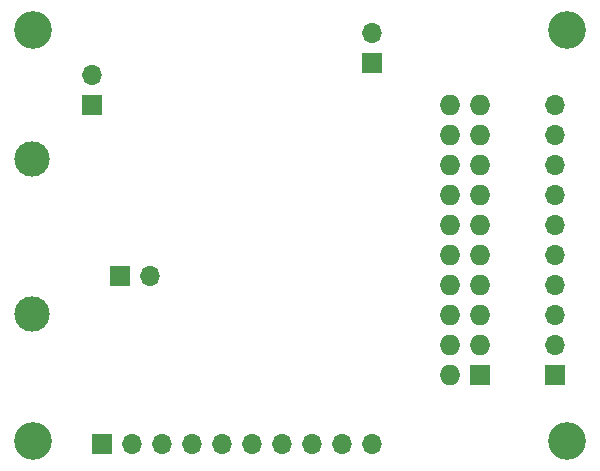
<source format=gbs>
G04 #@! TF.FileFunction,Soldermask,Bot*
%FSLAX46Y46*%
G04 Gerber Fmt 4.6, Leading zero omitted, Abs format (unit mm)*
G04 Created by KiCad (PCBNEW 4.0.6) date 05/07/17 15:41:17*
%MOMM*%
%LPD*%
G01*
G04 APERTURE LIST*
%ADD10C,0.100000*%
%ADD11R,1.700000X1.700000*%
%ADD12O,1.700000X1.700000*%
%ADD13R,1.727200X1.727200*%
%ADD14O,1.727200X1.727200*%
%ADD15C,3.000000*%
%ADD16C,3.200000*%
G04 APERTURE END LIST*
D10*
D11*
X130302000Y-118872000D03*
D12*
X132842000Y-118872000D03*
X135382000Y-118872000D03*
X137922000Y-118872000D03*
X140462000Y-118872000D03*
X143002000Y-118872000D03*
X145542000Y-118872000D03*
X148082000Y-118872000D03*
X150622000Y-118872000D03*
X153162000Y-118872000D03*
D11*
X153162000Y-86614000D03*
D12*
X153162000Y-84074000D03*
D13*
X162306000Y-113030000D03*
D14*
X159766000Y-113030000D03*
X162306000Y-110490000D03*
X159766000Y-110490000D03*
X162306000Y-107950000D03*
X159766000Y-107950000D03*
X162306000Y-105410000D03*
X159766000Y-105410000D03*
X162306000Y-102870000D03*
X159766000Y-102870000D03*
X162306000Y-100330000D03*
X159766000Y-100330000D03*
X162306000Y-97790000D03*
X159766000Y-97790000D03*
X162306000Y-95250000D03*
X159766000Y-95250000D03*
X162306000Y-92710000D03*
X159766000Y-92710000D03*
X162306000Y-90170000D03*
X159766000Y-90170000D03*
D11*
X168656000Y-113030000D03*
D12*
X168656000Y-110490000D03*
X168656000Y-107950000D03*
X168656000Y-105410000D03*
X168656000Y-102870000D03*
X168656000Y-100330000D03*
X168656000Y-97790000D03*
X168656000Y-95250000D03*
X168656000Y-92710000D03*
X168656000Y-90170000D03*
D15*
X124352000Y-107916000D03*
X124352000Y-94776000D03*
D16*
X124460000Y-83820000D03*
X124460000Y-118618000D03*
X169672000Y-83820000D03*
X169672000Y-118618000D03*
D11*
X131826000Y-104648000D03*
D12*
X134366000Y-104648000D03*
D11*
X129413000Y-90170000D03*
D12*
X129413000Y-87630000D03*
M02*

</source>
